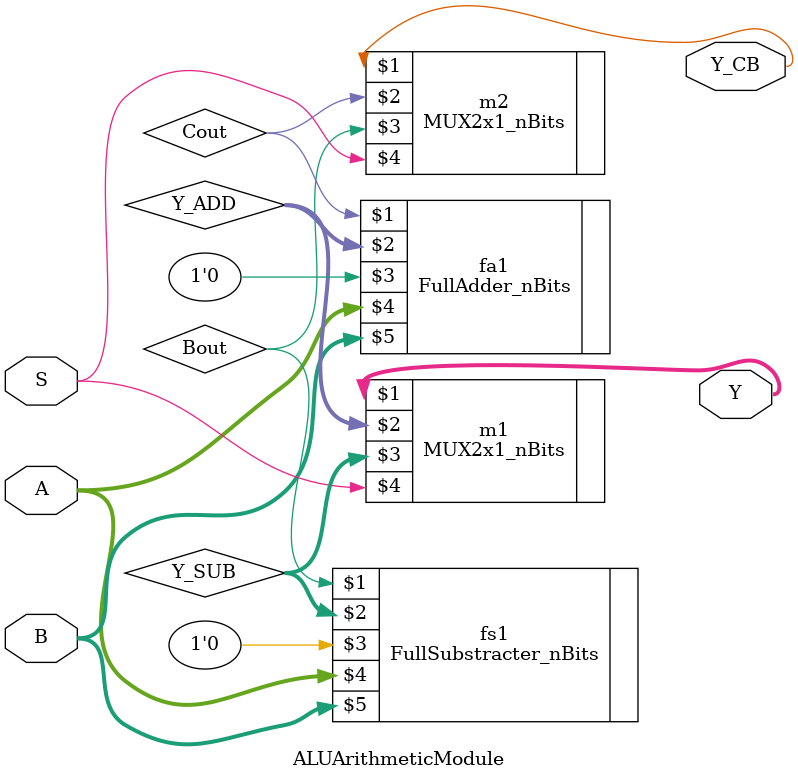
<source format=sv>
module ALUArithmeticModule
	#(parameter bits = 32)
	 (output logic Y_CB,
	  output logic [bits-1:0] Y,
	  input logic [bits-1:0] A, B,
	  input logic S);
	
	logic Cout, Bout;
	logic [bits-1:0] Y_ADD, Y_SUB;
	
	FullAdder_nBits       #(bits) fa1(Cout, Y_ADD, 1'b0, A, B);
	FullSubstracter_nBits #(bits) fs1(Bout, Y_SUB, 1'b0, A, B);
	
	MUX2x1_nBits          #(bits) m1(Y, Y_ADD, Y_SUB, S);
	
	MUX2x1_nBits          #(1)    m2(Y_CB, Cout, Bout, S);
	
endmodule

</source>
